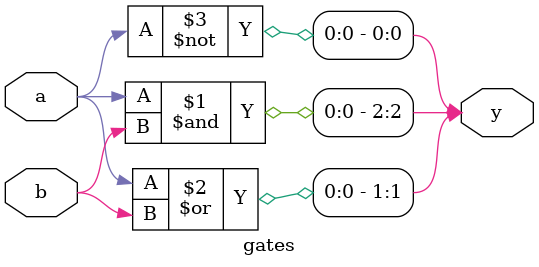
<source format=v>
module gates(input a,b,output [2:0]y);
assign y[2]=a&b;
assign y[1]=a|b;
assign y[0]=~a;
endmodule
</source>
